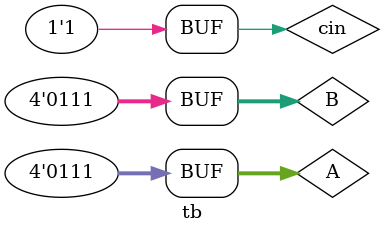
<source format=v>
module tb;
    wire[3:0] S; wire cout;
    reg[3:0] A,B; reg cin;
    
    //RCA rca(.A(A),.B(B),.cin(cin),.S(S),.cout(cout));
    RCA rca(A,B,cin,S,cout);
    
    initial begin
        A=4'd10;B=4'd9;cin=1'b0;
        #50 A=4'd5;B=4'd1;
        #50 A=4'd10;B=4'd0;cin=1'b1;
        #50 A=4'd7;B=4'd7;
    end
    
endmodule
</source>
